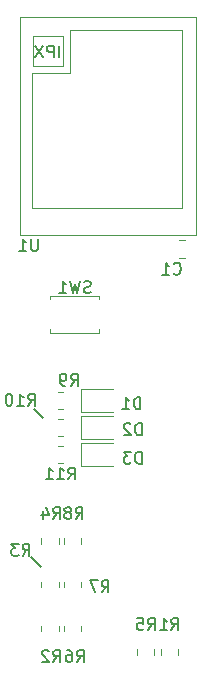
<source format=gbr>
%TF.GenerationSoftware,KiCad,Pcbnew,(6.0.11)*%
%TF.CreationDate,2023-03-05T00:30:33+01:00*%
%TF.ProjectId,gateway-nano-E01-ml01sp4,67617465-7761-4792-9d6e-616e6f2d4530,rev?*%
%TF.SameCoordinates,Original*%
%TF.FileFunction,Legend,Bot*%
%TF.FilePolarity,Positive*%
%FSLAX46Y46*%
G04 Gerber Fmt 4.6, Leading zero omitted, Abs format (unit mm)*
G04 Created by KiCad (PCBNEW (6.0.11)) date 2023-03-05 00:30:33*
%MOMM*%
%LPD*%
G01*
G04 APERTURE LIST*
%ADD10C,0.150000*%
%ADD11C,0.120000*%
G04 APERTURE END LIST*
D10*
X116300000Y-100400000D02*
X117100000Y-101200000D01*
X116100000Y-113000000D02*
X116900000Y-113800000D01*
%TO.C,SW1*%
X121133333Y-90554761D02*
X120990476Y-90602380D01*
X120752380Y-90602380D01*
X120657142Y-90554761D01*
X120609523Y-90507142D01*
X120561904Y-90411904D01*
X120561904Y-90316666D01*
X120609523Y-90221428D01*
X120657142Y-90173809D01*
X120752380Y-90126190D01*
X120942857Y-90078571D01*
X121038095Y-90030952D01*
X121085714Y-89983333D01*
X121133333Y-89888095D01*
X121133333Y-89792857D01*
X121085714Y-89697619D01*
X121038095Y-89650000D01*
X120942857Y-89602380D01*
X120704761Y-89602380D01*
X120561904Y-89650000D01*
X120228571Y-89602380D02*
X119990476Y-90602380D01*
X119800000Y-89888095D01*
X119609523Y-90602380D01*
X119371428Y-89602380D01*
X118466666Y-90602380D02*
X119038095Y-90602380D01*
X118752380Y-90602380D02*
X118752380Y-89602380D01*
X118847619Y-89745238D01*
X118942857Y-89840476D01*
X119038095Y-89888095D01*
%TO.C,R11*%
X119242857Y-106402380D02*
X119576190Y-105926190D01*
X119814285Y-106402380D02*
X119814285Y-105402380D01*
X119433333Y-105402380D01*
X119338095Y-105450000D01*
X119290476Y-105497619D01*
X119242857Y-105592857D01*
X119242857Y-105735714D01*
X119290476Y-105830952D01*
X119338095Y-105878571D01*
X119433333Y-105926190D01*
X119814285Y-105926190D01*
X118290476Y-106402380D02*
X118861904Y-106402380D01*
X118576190Y-106402380D02*
X118576190Y-105402380D01*
X118671428Y-105545238D01*
X118766666Y-105640476D01*
X118861904Y-105688095D01*
X117338095Y-106402380D02*
X117909523Y-106402380D01*
X117623809Y-106402380D02*
X117623809Y-105402380D01*
X117719047Y-105545238D01*
X117814285Y-105640476D01*
X117909523Y-105688095D01*
%TO.C,R10*%
X115842857Y-100152380D02*
X116176190Y-99676190D01*
X116414285Y-100152380D02*
X116414285Y-99152380D01*
X116033333Y-99152380D01*
X115938095Y-99200000D01*
X115890476Y-99247619D01*
X115842857Y-99342857D01*
X115842857Y-99485714D01*
X115890476Y-99580952D01*
X115938095Y-99628571D01*
X116033333Y-99676190D01*
X116414285Y-99676190D01*
X114890476Y-100152380D02*
X115461904Y-100152380D01*
X115176190Y-100152380D02*
X115176190Y-99152380D01*
X115271428Y-99295238D01*
X115366666Y-99390476D01*
X115461904Y-99438095D01*
X114271428Y-99152380D02*
X114176190Y-99152380D01*
X114080952Y-99200000D01*
X114033333Y-99247619D01*
X113985714Y-99342857D01*
X113938095Y-99533333D01*
X113938095Y-99771428D01*
X113985714Y-99961904D01*
X114033333Y-100057142D01*
X114080952Y-100104761D01*
X114176190Y-100152380D01*
X114271428Y-100152380D01*
X114366666Y-100104761D01*
X114414285Y-100057142D01*
X114461904Y-99961904D01*
X114509523Y-99771428D01*
X114509523Y-99533333D01*
X114461904Y-99342857D01*
X114414285Y-99247619D01*
X114366666Y-99200000D01*
X114271428Y-99152380D01*
%TO.C,R9*%
X119466666Y-98452380D02*
X119800000Y-97976190D01*
X120038095Y-98452380D02*
X120038095Y-97452380D01*
X119657142Y-97452380D01*
X119561904Y-97500000D01*
X119514285Y-97547619D01*
X119466666Y-97642857D01*
X119466666Y-97785714D01*
X119514285Y-97880952D01*
X119561904Y-97928571D01*
X119657142Y-97976190D01*
X120038095Y-97976190D01*
X118990476Y-98452380D02*
X118800000Y-98452380D01*
X118704761Y-98404761D01*
X118657142Y-98357142D01*
X118561904Y-98214285D01*
X118514285Y-98023809D01*
X118514285Y-97642857D01*
X118561904Y-97547619D01*
X118609523Y-97500000D01*
X118704761Y-97452380D01*
X118895238Y-97452380D01*
X118990476Y-97500000D01*
X119038095Y-97547619D01*
X119085714Y-97642857D01*
X119085714Y-97880952D01*
X119038095Y-97976190D01*
X118990476Y-98023809D01*
X118895238Y-98071428D01*
X118704761Y-98071428D01*
X118609523Y-98023809D01*
X118561904Y-97976190D01*
X118514285Y-97880952D01*
%TO.C,D3*%
X125438095Y-105052380D02*
X125438095Y-104052380D01*
X125200000Y-104052380D01*
X125057142Y-104100000D01*
X124961904Y-104195238D01*
X124914285Y-104290476D01*
X124866666Y-104480952D01*
X124866666Y-104623809D01*
X124914285Y-104814285D01*
X124961904Y-104909523D01*
X125057142Y-105004761D01*
X125200000Y-105052380D01*
X125438095Y-105052380D01*
X124533333Y-104052380D02*
X123914285Y-104052380D01*
X124247619Y-104433333D01*
X124104761Y-104433333D01*
X124009523Y-104480952D01*
X123961904Y-104528571D01*
X123914285Y-104623809D01*
X123914285Y-104861904D01*
X123961904Y-104957142D01*
X124009523Y-105004761D01*
X124104761Y-105052380D01*
X124390476Y-105052380D01*
X124485714Y-105004761D01*
X124533333Y-104957142D01*
%TO.C,D2*%
X125438095Y-102652380D02*
X125438095Y-101652380D01*
X125200000Y-101652380D01*
X125057142Y-101700000D01*
X124961904Y-101795238D01*
X124914285Y-101890476D01*
X124866666Y-102080952D01*
X124866666Y-102223809D01*
X124914285Y-102414285D01*
X124961904Y-102509523D01*
X125057142Y-102604761D01*
X125200000Y-102652380D01*
X125438095Y-102652380D01*
X124485714Y-101747619D02*
X124438095Y-101700000D01*
X124342857Y-101652380D01*
X124104761Y-101652380D01*
X124009523Y-101700000D01*
X123961904Y-101747619D01*
X123914285Y-101842857D01*
X123914285Y-101938095D01*
X123961904Y-102080952D01*
X124533333Y-102652380D01*
X123914285Y-102652380D01*
%TO.C,D1*%
X125338095Y-100452380D02*
X125338095Y-99452380D01*
X125100000Y-99452380D01*
X124957142Y-99500000D01*
X124861904Y-99595238D01*
X124814285Y-99690476D01*
X124766666Y-99880952D01*
X124766666Y-100023809D01*
X124814285Y-100214285D01*
X124861904Y-100309523D01*
X124957142Y-100404761D01*
X125100000Y-100452380D01*
X125338095Y-100452380D01*
X123814285Y-100452380D02*
X124385714Y-100452380D01*
X124100000Y-100452380D02*
X124100000Y-99452380D01*
X124195238Y-99595238D01*
X124290476Y-99690476D01*
X124385714Y-99738095D01*
%TO.C,C1*%
X128166666Y-88957142D02*
X128214285Y-89004761D01*
X128357142Y-89052380D01*
X128452380Y-89052380D01*
X128595238Y-89004761D01*
X128690476Y-88909523D01*
X128738095Y-88814285D01*
X128785714Y-88623809D01*
X128785714Y-88480952D01*
X128738095Y-88290476D01*
X128690476Y-88195238D01*
X128595238Y-88100000D01*
X128452380Y-88052380D01*
X128357142Y-88052380D01*
X128214285Y-88100000D01*
X128166666Y-88147619D01*
X127214285Y-89052380D02*
X127785714Y-89052380D01*
X127500000Y-89052380D02*
X127500000Y-88052380D01*
X127595238Y-88195238D01*
X127690476Y-88290476D01*
X127785714Y-88338095D01*
%TO.C,R4*%
X117966666Y-109752380D02*
X118300000Y-109276190D01*
X118538095Y-109752380D02*
X118538095Y-108752380D01*
X118157142Y-108752380D01*
X118061904Y-108800000D01*
X118014285Y-108847619D01*
X117966666Y-108942857D01*
X117966666Y-109085714D01*
X118014285Y-109180952D01*
X118061904Y-109228571D01*
X118157142Y-109276190D01*
X118538095Y-109276190D01*
X117109523Y-109085714D02*
X117109523Y-109752380D01*
X117347619Y-108704761D02*
X117585714Y-109419047D01*
X116966666Y-109419047D01*
%TO.C,R6*%
X119966666Y-121852380D02*
X120300000Y-121376190D01*
X120538095Y-121852380D02*
X120538095Y-120852380D01*
X120157142Y-120852380D01*
X120061904Y-120900000D01*
X120014285Y-120947619D01*
X119966666Y-121042857D01*
X119966666Y-121185714D01*
X120014285Y-121280952D01*
X120061904Y-121328571D01*
X120157142Y-121376190D01*
X120538095Y-121376190D01*
X119109523Y-120852380D02*
X119300000Y-120852380D01*
X119395238Y-120900000D01*
X119442857Y-120947619D01*
X119538095Y-121090476D01*
X119585714Y-121280952D01*
X119585714Y-121661904D01*
X119538095Y-121757142D01*
X119490476Y-121804761D01*
X119395238Y-121852380D01*
X119204761Y-121852380D01*
X119109523Y-121804761D01*
X119061904Y-121757142D01*
X119014285Y-121661904D01*
X119014285Y-121423809D01*
X119061904Y-121328571D01*
X119109523Y-121280952D01*
X119204761Y-121233333D01*
X119395238Y-121233333D01*
X119490476Y-121280952D01*
X119538095Y-121328571D01*
X119585714Y-121423809D01*
%TO.C,R7*%
X122066666Y-115952380D02*
X122400000Y-115476190D01*
X122638095Y-115952380D02*
X122638095Y-114952380D01*
X122257142Y-114952380D01*
X122161904Y-115000000D01*
X122114285Y-115047619D01*
X122066666Y-115142857D01*
X122066666Y-115285714D01*
X122114285Y-115380952D01*
X122161904Y-115428571D01*
X122257142Y-115476190D01*
X122638095Y-115476190D01*
X121733333Y-114952380D02*
X121066666Y-114952380D01*
X121495238Y-115952380D01*
%TO.C,R8*%
X119866666Y-109752380D02*
X120200000Y-109276190D01*
X120438095Y-109752380D02*
X120438095Y-108752380D01*
X120057142Y-108752380D01*
X119961904Y-108800000D01*
X119914285Y-108847619D01*
X119866666Y-108942857D01*
X119866666Y-109085714D01*
X119914285Y-109180952D01*
X119961904Y-109228571D01*
X120057142Y-109276190D01*
X120438095Y-109276190D01*
X119295238Y-109180952D02*
X119390476Y-109133333D01*
X119438095Y-109085714D01*
X119485714Y-108990476D01*
X119485714Y-108942857D01*
X119438095Y-108847619D01*
X119390476Y-108800000D01*
X119295238Y-108752380D01*
X119104761Y-108752380D01*
X119009523Y-108800000D01*
X118961904Y-108847619D01*
X118914285Y-108942857D01*
X118914285Y-108990476D01*
X118961904Y-109085714D01*
X119009523Y-109133333D01*
X119104761Y-109180952D01*
X119295238Y-109180952D01*
X119390476Y-109228571D01*
X119438095Y-109276190D01*
X119485714Y-109371428D01*
X119485714Y-109561904D01*
X119438095Y-109657142D01*
X119390476Y-109704761D01*
X119295238Y-109752380D01*
X119104761Y-109752380D01*
X119009523Y-109704761D01*
X118961904Y-109657142D01*
X118914285Y-109561904D01*
X118914285Y-109371428D01*
X118961904Y-109276190D01*
X119009523Y-109228571D01*
X119104761Y-109180952D01*
%TO.C,R1*%
X127966666Y-119152380D02*
X128300000Y-118676190D01*
X128538095Y-119152380D02*
X128538095Y-118152380D01*
X128157142Y-118152380D01*
X128061904Y-118200000D01*
X128014285Y-118247619D01*
X127966666Y-118342857D01*
X127966666Y-118485714D01*
X128014285Y-118580952D01*
X128061904Y-118628571D01*
X128157142Y-118676190D01*
X128538095Y-118676190D01*
X127014285Y-119152380D02*
X127585714Y-119152380D01*
X127300000Y-119152380D02*
X127300000Y-118152380D01*
X127395238Y-118295238D01*
X127490476Y-118390476D01*
X127585714Y-118438095D01*
%TO.C,U1*%
X116661904Y-86052380D02*
X116661904Y-86861904D01*
X116614285Y-86957142D01*
X116566666Y-87004761D01*
X116471428Y-87052380D01*
X116280952Y-87052380D01*
X116185714Y-87004761D01*
X116138095Y-86957142D01*
X116090476Y-86861904D01*
X116090476Y-86052380D01*
X115090476Y-87052380D02*
X115661904Y-87052380D01*
X115376190Y-87052380D02*
X115376190Y-86052380D01*
X115471428Y-86195238D01*
X115566666Y-86290476D01*
X115661904Y-86338095D01*
X118465049Y-70672380D02*
X118465049Y-69672380D01*
X117988859Y-70672380D02*
X117988859Y-69672380D01*
X117607906Y-69672380D01*
X117512668Y-69720000D01*
X117465049Y-69767619D01*
X117417430Y-69862857D01*
X117417430Y-70005714D01*
X117465049Y-70100952D01*
X117512668Y-70148571D01*
X117607906Y-70196190D01*
X117988859Y-70196190D01*
X117084097Y-69672380D02*
X116417430Y-70672380D01*
X116417430Y-69672380D02*
X117084097Y-70672380D01*
%TO.C,R5*%
X125966666Y-119152380D02*
X126300000Y-118676190D01*
X126538095Y-119152380D02*
X126538095Y-118152380D01*
X126157142Y-118152380D01*
X126061904Y-118200000D01*
X126014285Y-118247619D01*
X125966666Y-118342857D01*
X125966666Y-118485714D01*
X126014285Y-118580952D01*
X126061904Y-118628571D01*
X126157142Y-118676190D01*
X126538095Y-118676190D01*
X125061904Y-118152380D02*
X125538095Y-118152380D01*
X125585714Y-118628571D01*
X125538095Y-118580952D01*
X125442857Y-118533333D01*
X125204761Y-118533333D01*
X125109523Y-118580952D01*
X125061904Y-118628571D01*
X125014285Y-118723809D01*
X125014285Y-118961904D01*
X125061904Y-119057142D01*
X125109523Y-119104761D01*
X125204761Y-119152380D01*
X125442857Y-119152380D01*
X125538095Y-119104761D01*
X125585714Y-119057142D01*
%TO.C,R2*%
X117966666Y-121852380D02*
X118300000Y-121376190D01*
X118538095Y-121852380D02*
X118538095Y-120852380D01*
X118157142Y-120852380D01*
X118061904Y-120900000D01*
X118014285Y-120947619D01*
X117966666Y-121042857D01*
X117966666Y-121185714D01*
X118014285Y-121280952D01*
X118061904Y-121328571D01*
X118157142Y-121376190D01*
X118538095Y-121376190D01*
X117585714Y-120947619D02*
X117538095Y-120900000D01*
X117442857Y-120852380D01*
X117204761Y-120852380D01*
X117109523Y-120900000D01*
X117061904Y-120947619D01*
X117014285Y-121042857D01*
X117014285Y-121138095D01*
X117061904Y-121280952D01*
X117633333Y-121852380D01*
X117014285Y-121852380D01*
%TO.C,R3*%
X115366666Y-112852380D02*
X115700000Y-112376190D01*
X115938095Y-112852380D02*
X115938095Y-111852380D01*
X115557142Y-111852380D01*
X115461904Y-111900000D01*
X115414285Y-111947619D01*
X115366666Y-112042857D01*
X115366666Y-112185714D01*
X115414285Y-112280952D01*
X115461904Y-112328571D01*
X115557142Y-112376190D01*
X115938095Y-112376190D01*
X115033333Y-111852380D02*
X114414285Y-111852380D01*
X114747619Y-112233333D01*
X114604761Y-112233333D01*
X114509523Y-112280952D01*
X114461904Y-112328571D01*
X114414285Y-112423809D01*
X114414285Y-112661904D01*
X114461904Y-112757142D01*
X114509523Y-112804761D01*
X114604761Y-112852380D01*
X114890476Y-112852380D01*
X114985714Y-112804761D01*
X115033333Y-112757142D01*
D11*
%TO.C,SW1*%
X121870000Y-90830000D02*
X117730000Y-90830000D01*
X117730000Y-90830000D02*
X117730000Y-91130000D01*
X117730000Y-93670000D02*
X117730000Y-93970000D01*
X121870000Y-93970000D02*
X121870000Y-93670000D01*
X117730000Y-93970000D02*
X121870000Y-93970000D01*
X121870000Y-91130000D02*
X121870000Y-90830000D01*
%TO.C,R11*%
X118372936Y-103565000D02*
X118827064Y-103565000D01*
X118372936Y-105035000D02*
X118827064Y-105035000D01*
%TO.C,R10*%
X118360436Y-101265000D02*
X118814564Y-101265000D01*
X118360436Y-102735000D02*
X118814564Y-102735000D01*
%TO.C,R9*%
X118372936Y-98965000D02*
X118827064Y-98965000D01*
X118372936Y-100435000D02*
X118827064Y-100435000D01*
%TO.C,D3*%
X123000000Y-105260000D02*
X120315000Y-105260000D01*
X120315000Y-105260000D02*
X120315000Y-103340000D01*
X120315000Y-103340000D02*
X123000000Y-103340000D01*
%TO.C,D2*%
X123000000Y-102960000D02*
X120315000Y-102960000D01*
X120315000Y-102960000D02*
X120315000Y-101040000D01*
X120315000Y-101040000D02*
X123000000Y-101040000D01*
%TO.C,D1*%
X123000000Y-100660000D02*
X120315000Y-100660000D01*
X120315000Y-100660000D02*
X120315000Y-98740000D01*
X120315000Y-98740000D02*
X123000000Y-98740000D01*
%TO.C,C1*%
X128638748Y-87635000D02*
X129161252Y-87635000D01*
X128638748Y-86165000D02*
X129161252Y-86165000D01*
%TO.C,R4*%
X118435000Y-111827064D02*
X118435000Y-111372936D01*
X116965000Y-111827064D02*
X116965000Y-111372936D01*
%TO.C,R6*%
X118865000Y-118772936D02*
X118865000Y-119227064D01*
X120335000Y-118772936D02*
X120335000Y-119227064D01*
%TO.C,R7*%
X118865000Y-115072936D02*
X118865000Y-115527064D01*
X120335000Y-115072936D02*
X120335000Y-115527064D01*
%TO.C,R8*%
X118865000Y-111372936D02*
X118865000Y-111827064D01*
X120335000Y-111372936D02*
X120335000Y-111827064D01*
%TO.C,R1*%
X128535000Y-121227064D02*
X128535000Y-120772936D01*
X127065000Y-121227064D02*
X127065000Y-120772936D01*
%TO.C,U1*%
X128844778Y-68340043D02*
X128847894Y-83443059D01*
X116164605Y-83445909D01*
X116164605Y-71981513D01*
X119392445Y-71981513D01*
X119391191Y-68337388D01*
X128844778Y-68340043D01*
X116246772Y-68815808D02*
X118786772Y-68815808D01*
X118786772Y-68815808D02*
X118786772Y-71355808D01*
X118786772Y-71355808D02*
X116246772Y-71355808D01*
X116246772Y-71355808D02*
X116246772Y-68815808D01*
X115111840Y-85692333D02*
X130024845Y-85692333D01*
X130024845Y-85692333D02*
X130024845Y-67226380D01*
X130024845Y-67226380D02*
X115111840Y-67226380D01*
X115111840Y-67226380D02*
X115111840Y-85692333D01*
%TO.C,R5*%
X125065000Y-120772936D02*
X125065000Y-121227064D01*
X126535000Y-120772936D02*
X126535000Y-121227064D01*
%TO.C,R2*%
X118435000Y-119227064D02*
X118435000Y-118772936D01*
X116965000Y-119227064D02*
X116965000Y-118772936D01*
%TO.C,R3*%
X118435000Y-115527064D02*
X118435000Y-115072936D01*
X116965000Y-115527064D02*
X116965000Y-115072936D01*
%TD*%
M02*

</source>
